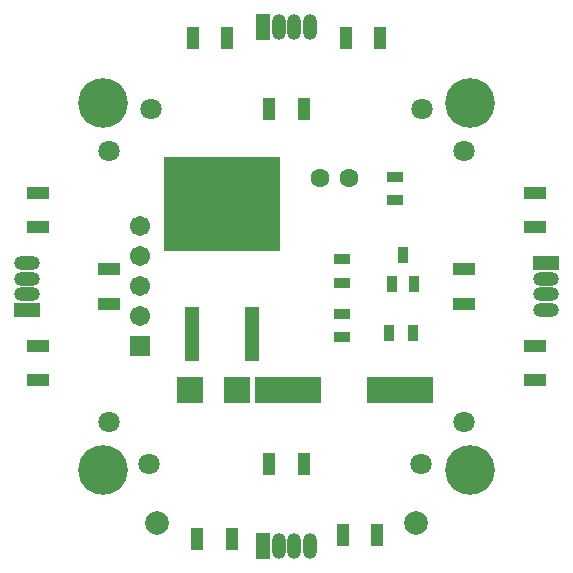
<source format=gts>
G04*
G04 #@! TF.GenerationSoftware,Altium Limited,Altium Designer,20.0.2 (26)*
G04*
G04 Layer_Color=8388736*
%FSLAX44Y44*%
%MOMM*%
G71*
G01*
G75*
%ADD23R,2.2032X2.2032*%
%ADD24R,1.4732X0.9032*%
%ADD25R,1.3032X4.6532*%
%ADD26R,9.8532X8.0032*%
%ADD27R,0.9032X1.4732*%
%ADD28R,5.7032X2.2032*%
%ADD29R,0.8532X1.4032*%
%ADD30R,1.9032X1.1032*%
%ADD31R,1.1032X1.9032*%
%ADD32R,1.7032X1.7032*%
%ADD33C,1.7032*%
%ADD34C,1.6032*%
%ADD35C,1.8032*%
%ADD36O,1.2032X2.2032*%
%ADD37R,1.2032X2.2032*%
%ADD38O,2.2032X1.2032*%
%ADD39R,2.2032X1.2032*%
%ADD40C,2.0032*%
%ADD41C,4.2032*%
D23*
X-82000Y-88000D02*
D03*
X-42000D02*
D03*
D24*
X92000Y73000D02*
D03*
Y93000D02*
D03*
X47000Y3000D02*
D03*
Y23000D02*
D03*
Y-43000D02*
D03*
Y-23000D02*
D03*
D25*
X-80400Y-40000D02*
D03*
X-29600D02*
D03*
D26*
X-55000Y69500D02*
D03*
D27*
X107000Y-39000D02*
D03*
X87000D02*
D03*
D28*
X96500Y-88000D02*
D03*
X1500D02*
D03*
D29*
X98500Y27000D02*
D03*
X108000Y2000D02*
D03*
X89000D02*
D03*
D30*
X-150000Y14500D02*
D03*
Y-14500D02*
D03*
X-210000Y50500D02*
D03*
Y79500D02*
D03*
Y-79500D02*
D03*
Y-50500D02*
D03*
X150000Y-14500D02*
D03*
Y14500D02*
D03*
X210000Y-50500D02*
D03*
Y-79500D02*
D03*
Y79500D02*
D03*
Y50500D02*
D03*
D31*
X-14500Y150000D02*
D03*
X14500D02*
D03*
X79500Y210000D02*
D03*
X50500D02*
D03*
X-50500D02*
D03*
X-79500D02*
D03*
X-14500Y-150000D02*
D03*
X14500D02*
D03*
X76500Y-210000D02*
D03*
X47500D02*
D03*
X-46500Y-214000D02*
D03*
X-75500D02*
D03*
D32*
X-124000Y-50800D02*
D03*
D33*
Y-25400D02*
D03*
Y0D02*
D03*
Y25400D02*
D03*
Y50800D02*
D03*
D34*
X28000Y92000D02*
D03*
X53000D02*
D03*
D35*
X-150000Y-115000D02*
D03*
Y115000D02*
D03*
X-116000Y-150000D02*
D03*
X114000D02*
D03*
X150000Y-115000D02*
D03*
Y115000D02*
D03*
X-115000Y150000D02*
D03*
X115000D02*
D03*
D36*
X19500Y-220000D02*
D03*
X6500D02*
D03*
X-6500D02*
D03*
X19500Y220000D02*
D03*
X6500D02*
D03*
X-6500D02*
D03*
D37*
X-19500Y-220000D02*
D03*
Y220000D02*
D03*
D38*
X220000Y-19500D02*
D03*
Y-6500D02*
D03*
Y6500D02*
D03*
X-220000Y19500D02*
D03*
Y6500D02*
D03*
Y-6500D02*
D03*
D39*
X220000Y19500D02*
D03*
X-220000Y-19500D02*
D03*
D40*
X-110000Y-200000D02*
D03*
X110000D02*
D03*
D41*
X155000Y-155000D02*
D03*
X-155000D02*
D03*
Y155000D02*
D03*
X155000D02*
D03*
M02*

</source>
